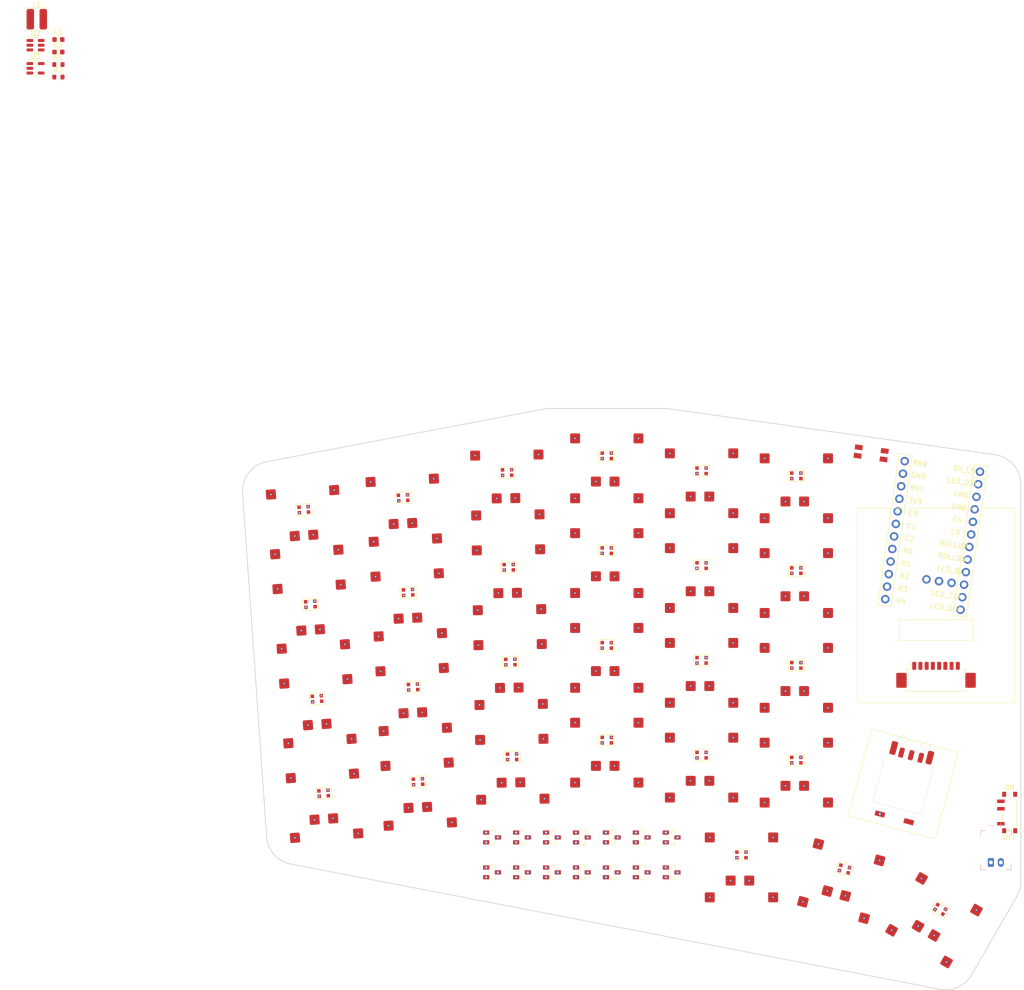
<source format=kicad_pcb>
(kicad_pcb (version 20241229) (generator "pcbnew") (generator_version "9.0")
  (title_block (title "toomanykeys") (date "2025-06-06") (rev "0.1") (company "huntercook"))
  (layers (0 "F.Cu" signal) (4 "In1.Cu" signal) (6 "In2.Cu" signal) (8 "In3.Cu" signal) (10 "In4.Cu" signal) (2 "B.Cu" signal) (13 "F.Paste" user) (15 "B.Paste" user) (5 "F.SilkS" user "F.Silkscreen") (7 "B.SilkS" user "B.Silkscreen") (1 "F.Mask" user) (3 "B.Mask" user) (25 "Edge.Cuts" user))
  (net 0 "")
  (net 1 "C0")
  (net 2 "Net-(D1-A-Pad1)")
  (net 3 "GND")
  (net 4 "Net-(D1-A-Pad2)")
  (net 5 "Net-(D2-A-Pad2)")
  (net 6 "Net-(D2-A-Pad1)")
  (net 7 "C1")
  (net 8 "Net-(D3-A-Pad1)")
  (net 9 "Net-(D3-A-Pad2)")
  (net 10 "Net-(D4-A-Pad1)")
  (net 11 "Net-(D4-A-Pad2)")
  (net 12 "C2")
  (net 13 "Net-(D5-A-Pad1)")
  (net 14 "Net-(D5-A-Pad2)")
  (net 15 "Net-(D6-A-Pad2)")
  (net 16 "Net-(D6-A-Pad1)")
  (net 17 "C3")
  (net 18 "Net-(D7-A-Pad1)")
  (net 19 "Net-(D7-A-Pad2)")
  (net 20 "Net-(D8-A-Pad1)")
  (net 21 "Net-(D8-A-Pad2)")
  (net 22 "C4")
  (net 23 "Net-(D9-A-Pad1)")
  (net 24 "Net-(D9-A-Pad2)")
  (net 25 "Net-(D10-A-Pad2)")
  (net 26 "Net-(D10-A-Pad1)")
  (net 27 "C5")
  (net 28 "Net-(D11-A-Pad2)")
  (net 29 "Net-(D11-A-Pad1)")
  (net 30 "Net-(D12-A-Pad1)")
  (net 31 "Net-(D12-A-Pad2)")
  (net 32 "Net-(D13-A-Pad1)")
  (net 33 "Net-(D13-A-Pad2)")
  (net 34 "Net-(D14-A-Pad2)")
  (net 35 "roller")
  (net 36 "ROLLUP")
  (net 37 "ROLLDN")
  (net 38 "R0")
  (net 39 "R1")
  (net 40 "R2")
  (net 41 "R3")
  (net 42 "R4")
  (net 43 "RAW")
  (net 44 "Net-(D14-A-Pad1)")
  (net 45 "3V3")
  (net 46 "5V_EN")
  (net 47 "LED_D3V")
  (net 48 "LCD_BL")
  (net 49 "LCD_DC")
  (net 50 "LCD_CLK")
  (net 51 "LCD_DIN")
  (net 52 "LCD_RST")
  (net 53 "LCD_CS")
  (net 54 "BAT_P")
  (net 55 "BOOST_SW")
  (net 56 "5V")
  (net 57 "Net-(LED1-DIN)")
  (net 59 "Net-(LED2-DIN)")
  (net 60 "Net-(LED3-DIN)")
  (net 61 "Net-(LED4-DIN)")
  (net 62 "Net-(LED5-DIN)")
  (net 63 "Net-(LED5-DOUT)")
  (net 64 "Net-(LED6-DOUT)")
  (net 65 "Net-(LED7-DOUT)")
  (net 66 "Net-(LED10-DOUT)")
  (net 67 "Net-(LED10-DIN)")
  (net 68 "Net-(LED11-DIN)")
  (net 69 "Net-(LED12-DIN)")
  (net 70 "Net-(LED13-DOUT)")
  (net 71 "Net-(LED13-DIN)")
  (net 72 "Net-(LED14-DOUT)")
  (net 73 "Net-(LED15-DOUT)")
  (net 74 "Net-(LED17-DIN)")
  (net 75 "Net-(LED18-DIN)")
  (net 76 "Net-(LED19-DIN)")
  (net 77 "Net-(LED20-DIN)")
  (net 78 "Net-(LED21-DIN)")
  (net 79 "Net-(LED21-DOUT)")
  (net 80 "Net-(LED22-DOUT)")
  (net 81 "Net-(LED23-DOUT)")
  (net 82 "Net-(LED25-DIN)")
  (net 83 "LED_D5V")
  (net 84 "Net-(LED26-DIN)")
  (net 85 "Net-(MCU1-RST)")
  (net 87 "BOOST_FB")
  (footprint "CKW12" (layer "F.Cu") (at 176.048827 155.668388 75)
    (property "Reference" "RE1" (hide yes))
    (property "Value" "")
    (fp_line (start -4.5 -5) (end 4.5 -4.999999) (stroke (width 0.05)) (layer "Edge.Cuts"))
    (fp_line (start 5 -4.5) (end 4.999999 4.5) (stroke (width 0.05)) (layer "Edge.Cuts"))
    (fp_line (start 8.393604 -3.394264) (end 7.545076 -2.545736) (stroke (width 0.05)) (layer "Edge.Cuts"))
    (fp_line (start 8.605736 -3.394264) (end 9.454264 -2.545736) (stroke (width 0.05)) (layer "Edge.Cuts"))
    (fp_line (start 7.545076 -2.333604) (end 8.393604 -1.485076) (stroke (width 0.05)) (layer "Edge.Cuts"))
    (fp_line (start 8.605736 -1.485076) (end 9.454264 -2.333604) (stroke (width 0.05)) (layer "Edge.Cuts"))
    (fp_line (start -5 4.5) (end -4.999999 -4.5) (stroke (width 0.05)) (layer "Edge.Cuts"))
    (fp_line (start 8.397868 1.480812) (end 7.54934 2.32934) (stroke (width 0.05)) (layer "Edge.Cuts"))
    (fp_line (start 8.61 1.480812) (end 9.458528 2.32934) (stroke (width 0.05)) (layer "Edge.Cuts"))
    (fp_line (start -4.5 4.999999) (end 4.5 5) (stroke (width 0.05)) (layer "Edge.Cuts"))
    (fp_line (start 7.54934 2.541472) (end 8.397868 3.39) (stroke (width 0.05)) (layer "Edge.Cuts"))
    (fp_line (start 8.61 3.39) (end 9.458528 2.541472) (stroke (width 0.05)) (layer "Edge.Cuts"))
    (fp_line (start 4.5 5) (end 4.999999 4.5) (stroke (width 0.05)) (layer "Edge.Cuts"))
    (fp_arc (start -4.999999 -4.5) (mid -4.853553 -4.853553) (end -4.5 -5) (stroke (width 0.05)) (layer "Edge.Cuts"))
    (fp_arc (start 4.5 -4.999999) (mid 4.853553 -4.853553) (end 5 -4.5) (stroke (width 0.05)) (layer "Edge.Cuts"))
    (fp_arc (start 8.393604 -3.394264) (mid 8.49967 -3.438198) (end 8.605736 -3.394264) (stroke (width 0.05)) (layer "Edge.Cuts"))
    (fp_arc (start 7.545076 -2.333604) (mid 7.501142 -2.43967) (end 7.545076 -2.545736) (stroke (width 0.05)) (layer "Edge.Cuts"))
    (fp_arc (start 9.454264 -2.545736) (mid 9.498198 -2.43967) (end 9.454264 -2.333604) (stroke (width 0.05)) (layer "Edge.Cuts"))
    (fp_arc (start 8.605736 -1.485076) (mid 8.49967 -1.441142) (end 8.393604 -1.485076) (stroke (width 0.05)) (layer "Edge.Cuts"))
    (fp_arc (start 8.397868 1.480812) (mid 8.503934 1.436878) (end 8.61 1.480812) (stroke (width 0.05)) (layer "Edge.Cuts"))
    (fp_arc (start -4.5 4.999999) (mid -4.853553 4.853553) (end -5 4.5) (stroke (width 0.05)) (layer "Edge.Cuts"))
    (fp_arc (start 7.54934 2.541472) (mid 7.505406 2.435406) (end 7.54934 2.32934) (stroke (width 0.05)) (layer "Edge.Cuts"))
    (fp_arc (start 9.458528 2.32934) (mid 9.502462 2.435406) (end 9.458528 2.541472) (stroke (width 0.05)) (layer "Edge.Cuts"))
    (fp_arc (start 8.61 3.39) (mid 8.503934 3.433934) (end 8.397868 3.39) (stroke (width 0.05)) (layer "Edge.Cuts"))
  )
  (footprint "PG1316S" (layer "F.Cu") (at 60 160 4)
    (property "Reference" "S1" (hide yes))
    (property "Value" "~")
  )
  (footprint "BAV70 SOT23" (layer "F.Cu") (at 93.593327 166.357023 -90)
    (property "Reference" "D7" (hide yes))
    (property "Value" "BAV70")
  )
  (footprint "LED_WS2812B-2020_PLCC4_2.0x2.0mm" (layer "F.Cu") (at 55.84949 100.644939 4)
    (property "Reference" "LED4" (hide yes))
    (property "Value" "~")
  )
  (footprint "PG1316S" (layer "F.Cu") (at 58.674627 141.046283 4)
    (property "Reference" "S2" (hide yes))
    (property "Value" "~")
  )
  (footprint "PG1316S" (layer "F.Cu") (at 154.593327 153.357023)
    (property "Reference" "S21" (hide yes))
    (property "Value" "~")
  )
  (footprint "BAV70 SOT23" (layer "F.Cu") (at 123.593327 173.357023 -90)
    (property "Reference" "D6" (hide yes))
    (property "Value" "BAV70")
  )
  (footprint "BAV70 SOT23" (layer "F.Cu") (at 105.593327 166.357023 -90)
    (property "Reference" "D9" (hide yes))
    (property "Value" "BAV70")
  )
  (footprint "LED_WS2812B-2020_PLCC4_2.0x2.0mm" (layer "F.Cu") (at 76.764354 117.232567 3)
    (property "Reference" "LED7" (hide yes))
    (property "Value" "~")
  )
  (footprint "LED_WS2812B-2020_PLCC4_2.0x2.0mm" (layer "F.Cu") (at 97.604947 150.188542 1)
    (property "Reference" "LED9" (hide yes))
    (property "Value" "~")
  )
  (footprint "PG1316S" (layer "F.Cu") (at 154.593327 115.357023)
    (property "Reference" "S23" (hide yes))
    (property "Value" "~")
  )
  (footprint "PG1316S" (layer "F.Cu") (at 116.593327 149.357023)
    (property "Reference" "S13" (hide yes))
    (property "Value" "~")
  )
  (footprint "LED_WS2812B-2020_PLCC4_2.0x2.0mm" (layer "F.Cu") (at 164.240375 172.692208 -15)
    (property "Reference" "LED26" (hide yes))
    (property "Value" "~")
  )
  (footprint "LED_WS2812B-2020_PLCC4_2.0x2.0mm" (layer "F.Cu") (at 75.769971 98.258606 3)
    (property "Reference" "LED8" (hide yes))
    (property "Value" "~")
  )
  (footprint "BAV70 SOT23" (layer "F.Cu") (at 105.593327 173.357023 -90)
    (property "Reference" "D3" (hide yes))
    (property "Value" "BAV70")
  )
  (footprint "LED_WS2812B-2020_PLCC4_2.0x2.0mm" (layer "F.Cu") (at 59.825609 157.50609 4)
    (property "Reference" "LED1" (hide yes))
    (property "Value" "~")
  )
  (footprint "LED_WS2812B-2020_PLCC4_2.0x2.0mm" (layer "F.Cu") (at 135.593327 111.857023)
    (property "Reference" "LED19" (hide yes))
    (property "Value" "~")
  )
  (footprint "huntercook:L_CJIANG_FTC404030S_4.1x4.1x3.0_SMD" (layer "F.Cu") (at 2.325 2.32)
    (property "Reference" "L1")
    (property "Value" "2.2μH")
  )
  (footprint "PG1316S" (layer "F.Cu") (at 57.349254 122.092566 4)
    (property "Reference" "S3" (hide yes))
    (property "Value" "~")
  )
  (footprint "ceoloide:mcu_nice_nano" (layer "F.Cu") (at 182.093327 104.557023 -8)
    (property "Reference" "MCU1" (hide yes))
    (property "Value" "~")
  )
  (footprint "LED_WS2812B-2020_PLCC4_2.0x2.0mm" (layer "F.Cu") (at 154.593327 131.857023)
    (property "Reference" "LED22" (hide yes))
    (property "Value" "~")
  )
  (footprint "LED_WS2812B-2020_PLCC4_2.0x2.0mm" (layer "F.Cu") (at 135.593327 92.857023)
    (property "Reference" "LED20" (hide yes))
    (property "Value" "~")
  )
  (footprint "ceoloide:power_switch_smd_side" (layer "F.Cu") (at 197.338327 161.357023)
    (property "Reference" "PWR1" (hide yes))
    (property "Value" "~")
  )
  (footprint "Package_TO_SOT_SMD:SOT-23-5" (layer "F.Cu") (at 2.075 12.165)
    (property "Reference" "U3")
    (property "Value" "SN74LV1T126DBVR")
  )
  (footprint "ceoloide:mounting_hole_npth" (layer "F.Cu") (at 103.593327 83.357023)
    (property "Reference" "MH3" (hide yes))
    (property "Value" "")
  )
  (footprint "BAV70 SOT23" (layer "F.Cu") (at 111.593327 166.357023 -90)
    (property "Reference" "D10" (hide yes))
    (property "Value" "BAV70")
  )
  (footprint "PG1316S" (layer "F.Cu") (at 135.593327 95.357023)
    (property "Reference" "S20" (hide yes))
    (property "Value" "~")
  )
  (footprint "LED_WS2812B-2020_PLCC4_2.0x2.0mm" (layer "F.Cu") (at 183.450091 180.774636 -30)
    (property "Reference" "LED27" (hide yes))
    (property "Value" "~")
  )
  (footprint "BAV70 SOT23" (layer "F.Cu") (at 129.593327 166.357023 -90)
    (property "Reference" "D13" (hide yes))
    (property "Value" "BAV70")
  )
  (footprint "PG1316S" (layer "F.Cu") (at 163.593327 175.107023 -15)
    (property "Reference" "S26" (hide yes))
    (property "Value" "~")
  )
  (footprint "LCD_1.69_Waveshare" (layer "F.Cu") (at 182.593327 119.857023 180)
    (property "Reference" "LCD1" (hide yes))
    (property "Value" "")
  )
  (footprint "LED_WS2812B-2020_PLCC4_2.0x2.0mm" (layer "F.Cu") (at 78.753121 155.180489 3)
    (property "Reference" "LED5" (hide yes))
    (property "Value" "~")
  )
  (footprint "PG1316S" (layer "F.Cu") (at 97.648578 152.688162 1)
    (property "Reference" "S9" (hide yes))
    (property "Value" "~")
  )
  (footprint "PG1316S" (layer "F.Cu") (at 78.883961 157.677063 3)
    (property "Reference" "S5" (hide yes))
    (property "Value" "~")
  )
  (footprint "ceoloide:mounting_hole_npth" (layer "F.Cu") (at 196.860345 177.547395 -30)
    (property "Reference" "MH7" (hide yes))
    (property "Value" "")
  )
  (footprint "LED_WS2812B-2020_PLCC4_2.0x2.0mm" (layer "F.Cu") (at 154.593327 150.857023)
    (property "Reference" "LED21" (hide yes))
    (property "Value" "~")
  )
  (footprint "ceoloide:mounting_hole_npth" (layer "F.Cu") (at 65.162444 90.470516 4)
    (property "Reference" "MH1" (hide yes))
    (property "Value" "")
  )
  (footprint "BAV70 SOT23" (layer "F.Cu") (at 129.593327 173.357023 -90)
    (property "Reference" "D14" (hide yes))
    (property "Value" "BAV70")
  )
  (footprint "PG1316S" (layer "F.Cu") (at 182.200091 182.9397 -30)
    (property "Reference" "S27" (hide yes))
    (property "Value" "~")
  )
  (footprint "BAV70 SOT23" (layer "F.Cu") (at 117.593327 173.357023 -90)
    (property "Reference" "D5" (hide yes))
    (property "Value" "BAV70")
  )
  (footprint "LED_WS2812B-2020_PLCC4_2.0x2.0mm" (layer "F.Cu") (at 116.593327 108.857023)
    (property "Reference" "LED15" (hide yes))
    (property "Value" "~")
  )
  (footprint "PG1316S" (layer "F.Cu") (at 143.593327 172.357023)
    (property "Reference" "S25" (hide yes))
    (property "Value" "~")
  )
  (footprint "LED_WS2812B-2020_PLCC4_2.0x2.0mm" (layer "F.Cu") (at 116.593327 146.857023)
    (property "Reference" "LED13" (hide yes))
    (property "Value" "~")
  )
  (footprint "ceoloide:mounting_hole_npth" (layer "F.Cu") (at 129.593327 83.357023)
    (property "Reference" "MH4" (hide yes))
    (property "Value" "")
  )
  (footprint "PG1316S" (layer "F.Cu") (at 135.593327 152.357023)
    (property "Reference" "S17" (hide yes))
    (property "Value" "~")
  )
  (footprint "LED_WS2812B-2020_PLCC4_2.0x2.0mm" (layer "F.Cu") (at 77.758737 136.206528 3)
    (property "Reference" "LED6" (hide yes))
    (property "Value" "~")
  )
  (footprint "PG1316S" (layer "F.Cu") (at 135.593327 114.357023)
    (property "Reference" "S19" (hide yes))
    (property "Value" "~")
  )
  (footprint "LED_WS2812B-2020_PLCC4_2.0x2.0mm" (layer "F.Cu") (at 97.273351 131.191436 1)
    (property "Reference" "LED10" (hide yes))
    (property "Value" "~")
  )
  (footprint "PG1316S" (layer "F.Cu") (at 77.889577 138.703102 3)
    (property "Reference" "S6" (hide yes))
    (property "Value" "~")
  )
  (footprint "BAV70 SOT23" (layer "F.Cu") (at 111.593327 173.357023 -90)
    (property "Reference" "D4" (hide yes))
    (property "Value" "BAV70")
  )
  (footprint "PG1316S" (layer "F.Cu") (at 96.985386 114.693949 1)
    (property "Reference" "S11" (hide yes))
    (property "Value" "~")
  )
  (footprint "PG1316S" (layer "F.Cu") (at 56.023881 103.138849 4)
    (property "Reference" "S4" (hide yes))
    (property "Value" "~")
  )
  (footprint "LED_WS2812B-2020_PLCC4_2.0x2.0mm" (layer "F.Cu") (at 96.61016 93.197224 1)
    (property "Reference" "LED12" (hide yes))
    (property "Value" "~")
  )
  (footprint "Package_TO_SOT_SMD:SOT-23-6" (layer "F.Cu") (at 2.075 7.54)
    (property "Reference" "U2")
    (property "Value" "TLV61070ADBV")
  )
  (footprint "LED_WS2812B-2020_PLCC4_2.0x2.0mm" (layer "F.Cu") (at 135.593327 149.857023)
    (property "Reference" "LED17" (hide yes))
    (property "Value" "~")
  )
  (footprint "ceoloide:reset_switch_smd_side" (layer "F.Cu") (at 169.593327 89.357023 -8)
    (property "Reference" "RST1" (hide yes))
    (property "Value" "~")
  )
  (footprint "Capacitor_SMD:C_0603_1608Metric" (layer "F.Cu") (at 6.655 6.395)
    (property "Reference" "C1")
    (property "Value" "10μF")
  )
  (footprint "PG1316S" (layer "F.Cu") (at 96.653791 95.696843 1)
    (property "Reference" "S12" (hide yes))
    (property "Value" "~")
  )
  (footprint "PG1316S" (layer "F.Cu") (at 76.895194 119.729141 3)
    (property "Reference" "S7" (hide yes))
    (property "Value" "~")
  )
  (footprint "ceoloide:mounting_hole_npth" (layer "F.Cu") (at 128.593327 182.357023)
    (property "Reference" "MH5" (hide yes))
    (property "Value" "")
  )
  (footprint "PG1316S" (layer "F.Cu") (at 154.593327 134.357023)
    (property "Reference" "S22" (hide yes))
    (property "Value" "~")
  )
  (footprint "LED_WS2812B-2020_PLCC4_2.0x2.0mm" (layer "F.Cu") (at 96.941755 112.19433 1)
    (property "Reference" "LED11" (hide yes))
    (property "Value" "~")
  )
  (footprint "ceoloide:mounting_hole_npth" (layer "F.Cu") (at 67.63311 172.285908 3)
    (property "Reference" "MH2" (hide yes))
    (property "Value" "")
  )
  (footprint "PG1316S" (layer "F.Cu") (at 75.900811 100.755179 3)
    (property "Reference" "S8" (hide yes))
    (property "Value" "~")
  )
  (footprint "LED_WS2812B-2020_PLCC4_2.0x2.0mm" (layer "F.Cu") (at 154.593327 112.857023)
    (property "Reference" "LED23" (hide yes))
    (property "Value" "~")
  )
  (footprint "LED_WS2812B-2020_PLCC4_2.0x2.0mm" (layer "F.Cu") (at 57.174863 119.598656 4)
    (property "Reference" "LED3" (hide yes))
    (property "Value" "~")
  )
  (footprint "BAV70 SOT23" (layer "F.Cu") (at 99.593327 173.357023 -90)
    (property "Reference" "D2" (hide yes))
    (property "Value" "BAV70")
  )
  (footprint "Resistor_SMD:R_0603_1608Metric" (layer "F.Cu") (at 6.655 11.415)
    (property "Reference" "R1")
    (property "Value" "470kΩ")
  )
  (footprint "PG1316S" (layer "F.Cu") (at 97.316982 133.691055 1)
    (property "Reference" "S10" (hide yes))
    (property "Value" "~")
  )
  (footprint "LED_WS2812B-2020_PLCC4_2.0x2.0mm" (layer "F.Cu") (at 143.593327 169.857023)
    (property "Reference" "LED25" (hide yes))
    (property "Value" "~")
  )
  (footprint "LED_WS2812B-2020_PLCC4_2.0x2.0mm" (layer "F.Cu") (at 116.593327 89.857023)
    (property "Reference" "LED16" (hide yes))
    (property "Value" "~")
  )
  (footprint "PG1316S" (layer "F.Cu") (at 116.593327 111.357023)
    (property "Reference" "S15" (hide yes))
    (property "Value" "~")
  )
  (footprint "PG1316S" (layer "F.Cu") (at 116.593327 92.357023)
    (property "Reference" "S16" (hide yes))
    (property "Value" "~")
  )
  (footprint "LED_WS2812B-2020_PLCC4_2.0x2.0mm" (layer "F.Cu") (at 58.500236 138.552373 4)
    (property "Reference" "LED2" (hide yes))
    (property "Value" "~")
  )
  (footprint "BAV70 SOT23" (layer "F.Cu") (at 117.593327 166.357023 -90)
    (property "Reference" "D11" (hide yes))
    (property "Value" "BAV70")
  )
  (footprint "BAV70 SOT23" (layer "F.Cu") (at 123.593327 166.357023 -90)
    (property "Reference" "D12" (hide yes))
    (property "Value" "BAV70")
  )
  (footprint "LED_WS2812B-2020_PLCC4_2.0x2.0mm" (layer "F.Cu") (at 116.593327 127.857023)
    (property "Reference" "LED14" (hide yes))
    (property "Value" "~")
  )
  (footprint "Molex_PicoBlade_53261-0871_1x08-1MP_P1.25mm_Horizontal" (layer "F.Cu") (at 182.593327 134.357023)
    (property "Reference" "CONN1" (hide yes))
    (property "Value" "~")
  )
  (footprint "PG1316S" (layer "F.Cu") (at 135.593327 133.357023)
    (property "Reference" "S18" (hide yes))
    (property "Value" "~")
  )
  (footprint "PG1316S" (layer "F.Cu") (at 154.593327 96.357023)
    (property "Reference" "S24" (hide yes))
    (property "Value" "~")
  )
  (footprint "LED_WS2812B-2020_PLCC4_2.0x2.0mm" (layer "F.Cu") (at 135.593327 130.857023)
    (property "Reference" "LED18" (hide yes))
    (property "Value" "~")
  )
  (footprint "Resistor_SMD:R_0603_1608Metric" (layer "F.Cu") (at 6.655 13.925)
    (property "Reference" "R2")
    (property "Value" "51kΩ")
  )
  (footprint "Capacitor_SMD:C_0603_1608Metric" (layer "F.Cu") (at 6.655 8.905)
    (property "Reference" "C2")
    (property "Value" "10μF")
  )
  (footprint "BAV70 SOT23" (layer "F.Cu") (at 93.593327 173.357023 -90)
    (property "Reference" "D1" (hide yes))
    (property "Value" "BAV70")
  )
  (footprint "PG1316S" (layer "F.Cu") (at 116.593327 130.357023)
    (property "Reference" "S14" (hide yes))
    (property "Value" "~")
  )
  (footprint "LED_WS2812B-2020_PLCC4_2.0x2.0mm" (layer "F.Cu") (at 154.593327 93.857023)
    (property "Reference" "LED24" (hide yes))
    (property "Value" "~")
  )
  (footprint "ceoloide:mounting_hole_npth" (layer "F.Cu") (at 176.200091 193.332005 -30)
    (property "Reference" "MH6" (hide yes))
    (property "Value" "")
  )
  (footprint "BAV70 SOT23" (layer "F.Cu") (at 99.593327 166.357023 -90)
    (property "Reference" "D8" (hide yes))
    (property "Value" "BAV70")
  )
  (footprint "ceoloide:battery_connector_jst_ph_2" (layer "B.Cu") (at 194.593327 171.357023 180)
    (property "Reference" "JST1" (hide yes))
    (property "Value" "~")
  )
  (gr_line (start 199.593327 95.571172) (end 199.593327 175.199777) (stroke (width 0.15)) (layer "Edge.Cuts"))
  (gr_line (start 48.454662 91.010975) (end 104.038921 80.462238) (stroke (width 0.15)) (layer "Edge.Cuts"))
  (gr_line (start 48.405165 166.213186) (end 43.587985 97.3243) (stroke (width 0.15)) (layer "Edge.Cuts"))
  (gr_arc (start 194.430138 89.629813) (mid 198.122167 91.635499) (end 199.593327 95.571172) (stroke (width 0.15)) (layer "Edge.Cuts"))
  (gr_arc (start 199.593327 175.199777) (mid 199.388997 176.752289) (end 198.789899 178.199051) (stroke (width 0.15)) (layer "Edge.Cuts"))
  (gr_line (start 183.395824 196.790433) (end 53.254098 171.686037) (stroke (width 0.15)) (layer "Edge.Cuts"))
  (gr_arc (start 43.587985 97.3243) (mid 44.821379 93.242655) (end 48.454662 91.010975) (stroke (width 0.15)) (layer "Edge.Cuts"))
  (gr_arc (start 104.038921 80.462238) (mid 104.595806 80.383389) (end 105.157628 80.357023) (stroke (width 0.15)) (layer "Edge.Cuts"))
  (gr_line (start 105.157628 80.357023) (end 128.172867 80.357023) (stroke (width 0.15)) (layer "Edge.Cuts"))
  (gr_arc (start 189.728847 193.898317) (mid 187.024704 196.356831) (end 183.395824 196.790433) (stroke (width 0.15)) (layer "Edge.Cuts"))
  (gr_arc (start 128.172867 80.357023) (mid 128.592299 80.371699) (end 129.009678 80.415664) (stroke (width 0.15)) (layer "Edge.Cuts"))
  (gr_line (start 198.789898 178.199051) (end 189.728847 193.898317) (stroke (width 0.15)) (layer "Edge.Cuts"))
  (gr_line (start 129.009678 80.415664) (end 194.430138 89.629813) (stroke (width 0.15)) (layer "Edge.Cuts"))
  (gr_arc (start 53.254098 171.686037) (mid 49.899653 169.773571) (end 48.405165 166.213186) (stroke (width 0.15)) (layer "Edge.Cuts"))
  (via (at 128.418327 165.382023) (size 0.6) (drill 0.3) (layers "F.Cu" "B.Cu") (net 0))
  (via (at 171.339316 161.653412) (size 0.6) (drill 0.3) (layers "F.Cu" "B.Cu") (net 0))
  (via (at 92.418327 172.382023) (size 0.6) (drill 0.3) (layers "F.Cu" "B.Cu") (net 2))
  (via (at 92.418327 174.332023) (size 0.6) (drill 0.3) (layers "F.Cu" "B.Cu") (net 4))
  (via (at 98.418327 174.332023) (size 0.6) (drill 0.3) (layers "F.Cu" "B.Cu") (net 5))
  (via (at 98.418327 172.382023) (size 0.6) (drill 0.3) (layers "F.Cu" "B.Cu") (net 6))
  (via (at 104.418327 172.382023) (size 0.6) (drill 0.3) (layers "F.Cu" "B.Cu") (net 8))
  (via (at 104.418327 174.332023) (size 0.6) (drill 0.3) (layers "F.Cu" "B.Cu") (net 9))
  (via (at 110.418327 172.382023) (size 0.6) (drill 0.3) (layers "F.Cu" "B.Cu") (net 10))
  (via (at 110.418327 174.332023) (size 0.6) (drill 0.3) (layers "F.Cu" "B.Cu") (net 11))
  (via (at 116.418327 172.382023) (size 0.6) (drill 0.3) (layers "F.Cu" "B.Cu") (net 13))
  (via (at 116.418327 174.332023) (size 0.6) (drill 0.3) (layers "F.Cu" "B.Cu") (net 14))
  (via (at 122.418327 174.332023) (size 0.6) (drill 0.3) (layers "F.Cu" "B.Cu") (net 15))
  (via (at 122.418327 172.382023) (size 0.6) (drill 0.3) (layers "F.Cu" "B.Cu") (net 16))
  (via (at 92.418327 165.382023) (size 0.6) (drill 0.3) (layers "F.Cu" "B.Cu") (net 18))
  (via (at 92.418327 167.332023) (size 0.6) (drill 0.3) (layers "F.Cu" "B.Cu") (net 19))
  (via (at 98.418327 165.382023) (size 0.6) (drill 0.3) (layers "F.Cu" "B.Cu") (net 20))
  (via (at 98.418327 167.332023) (size 0.6) (drill 0.3) (layers "F.Cu" "B.Cu") (net 21))
  (via (at 104.418327 165.382023) (size 0.6) (drill 0.3) (layers "F.Cu" "B.Cu") (net 23))
  (via (at 104.418327 167.332023) (size 0.6) (drill 0.3) (layers "F.Cu" "B.Cu") (net 24))
  (via (at 110.418327 167.332023) (size 0.6) (drill 0.3) (layers "F.Cu" "B.Cu") (net 25))
  (via (at 110.418327 165.382023) (size 0.6) (drill 0.3) (layers "F.Cu" "B.Cu") (net 26))
  (via (at 116.418327 167.332023) (size 0.6) (drill 0.3) (layers "F.Cu" "B.Cu") (net 28))
  (via (at 116.418327 165.382023) (size 0.6) (drill 0.3) (layers "F.Cu" "B.Cu") (net 29))
  (via (at 122.418327 165.382023) (size 0.6) (drill 0.3) (layers "F.Cu" "B.Cu") (net 30))
  (via (at 122.418327 167.332023) (size 0.6) (drill 0.3) (layers "F.Cu" "B.Cu") (net 31))
  (via (at 128.418327 167.332023) (size 0.6) (drill 0.3) (layers "F.Cu" "B.Cu") (net 33))
  (via (at 128.418327 174.332023) (size 0.6) (drill 0.3) (layers "F.Cu" "B.Cu") (net 34))
  (via (at 100.768327 173.357023) (size 0.6) (drill 0.3) (layers "F.Cu" "B.Cu") (net 38))
  (via (at 94.768327 173.357023) (size 0.6) (drill 0.3) (layers "F.Cu" "B.Cu") (net 38))
  (via (at 106.768327 173.357023) (size 0.6) (drill 0.3) (layers "F.Cu" "B.Cu") (net 38))
  (via (at 124.768327 173.357023) (size 0.6) (drill 0.3) (layers "F.Cu" "B.Cu") (net 39))
  (via (at 112.768327 173.357023) (size 0.6) (drill 0.3) (layers "F.Cu" "B.Cu") (net 39))
  (via (at 118.768327 173.357023) (size 0.6) (drill 0.3) (layers "F.Cu" "B.Cu") (net 39))
  (via (at 100.768327 166.357023) (size 0.6) (drill 0.3) (layers "F.Cu" "B.Cu") (net 40))
  (via (at 94.768327 166.357023) (size 0.6) (drill 0.3) (layers "F.Cu" "B.Cu") (net 40))
  (via (at 106.768327 166.357023) (size 0.6) (drill 0.3) (layers "F.Cu" "B.Cu") (net 40))
  (via (at 112.768327 166.357023) (size 0.6) (drill 0.3) (layers "F.Cu" "B.Cu") (net 41))
  (via (at 124.768327 166.357023) (size 0.6) (drill 0.3) (layers "F.Cu" "B.Cu") (net 41))
  (via (at 118.768327 166.357023) (size 0.6) (drill 0.3) (layers "F.Cu" "B.Cu") (net 41))
  (via (at 130.768327 173.357023) (size 0.6) (drill 0.3) (layers "F.Cu" "B.Cu") (net 42))
  (via (at 130.768327 166.357023) (size 0.6) (drill 0.3) (layers "F.Cu" "B.Cu") (net 42))
  (via (at 128.418327 172.382023) (size 0.6) (drill 0.3) (layers "F.Cu" "B.Cu") (net 44))
)
</source>
